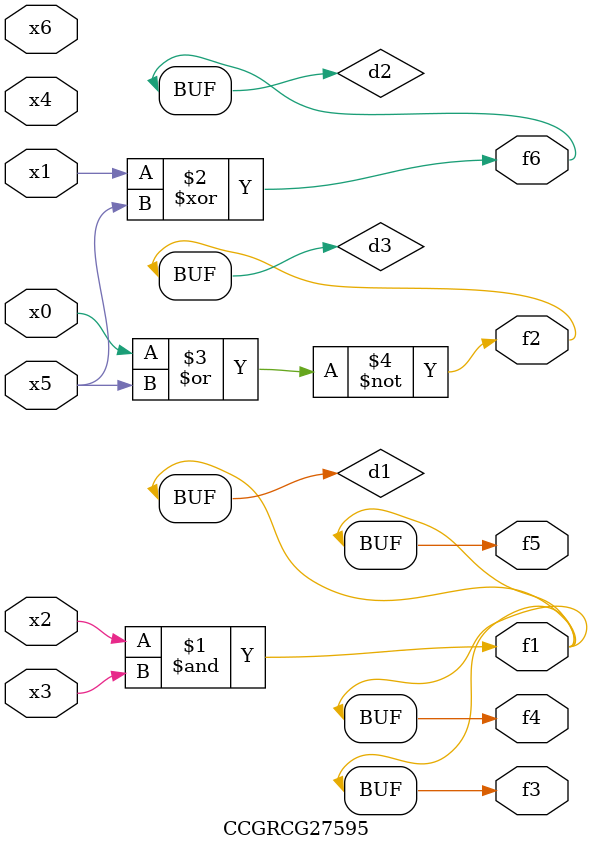
<source format=v>
module CCGRCG27595(
	input x0, x1, x2, x3, x4, x5, x6,
	output f1, f2, f3, f4, f5, f6
);

	wire d1, d2, d3;

	and (d1, x2, x3);
	xor (d2, x1, x5);
	nor (d3, x0, x5);
	assign f1 = d1;
	assign f2 = d3;
	assign f3 = d1;
	assign f4 = d1;
	assign f5 = d1;
	assign f6 = d2;
endmodule

</source>
